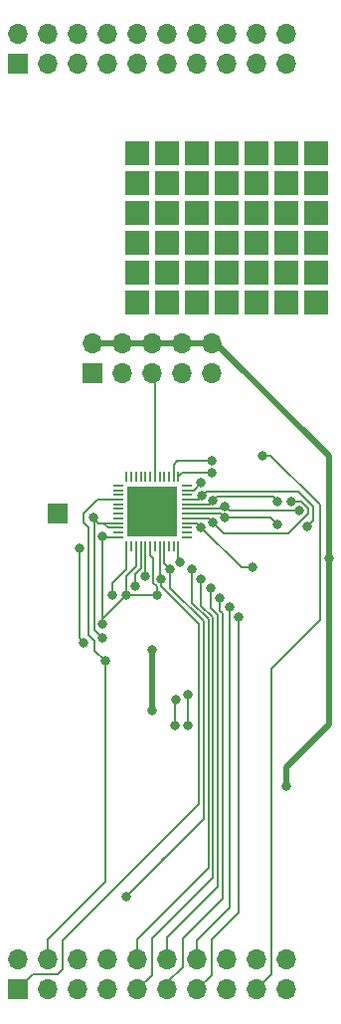
<source format=gbr>
G04 #@! TF.GenerationSoftware,KiCad,Pcbnew,5.99.0-unknown-3100cd3599~128~ubuntu20.04.1*
G04 #@! TF.CreationDate,2021-06-01T14:38:40+02:00*
G04 #@! TF.ProjectId,esp32,65737033-322e-46b6-9963-61645f706362,rev?*
G04 #@! TF.SameCoordinates,Original*
G04 #@! TF.FileFunction,Copper,L2,Bot*
G04 #@! TF.FilePolarity,Positive*
%FSLAX46Y46*%
G04 Gerber Fmt 4.6, Leading zero omitted, Abs format (unit mm)*
G04 Created by KiCad (PCBNEW 5.99.0-unknown-3100cd3599~128~ubuntu20.04.1) date 2021-06-01 14:38:40*
%MOMM*%
%LPD*%
G01*
G04 APERTURE LIST*
G04 Aperture macros list*
%AMRoundRect*
0 Rectangle with rounded corners*
0 $1 Rounding radius*
0 $2 $3 $4 $5 $6 $7 $8 $9 X,Y pos of 4 corners*
0 Add a 4 corners polygon primitive as box body*
4,1,4,$2,$3,$4,$5,$6,$7,$8,$9,$2,$3,0*
0 Add four circle primitives for the rounded corners*
1,1,$1+$1,$2,$3*
1,1,$1+$1,$4,$5*
1,1,$1+$1,$6,$7*
1,1,$1+$1,$8,$9*
0 Add four rect primitives between the rounded corners*
20,1,$1+$1,$2,$3,$4,$5,0*
20,1,$1+$1,$4,$5,$6,$7,0*
20,1,$1+$1,$6,$7,$8,$9,0*
20,1,$1+$1,$8,$9,$2,$3,0*%
G04 Aperture macros list end*
G04 #@! TA.AperFunction,ComponentPad*
%ADD10R,2.000000X2.000000*%
G04 #@! TD*
G04 #@! TA.AperFunction,ComponentPad*
%ADD11R,1.700000X1.700000*%
G04 #@! TD*
G04 #@! TA.AperFunction,ComponentPad*
%ADD12O,1.700000X1.700000*%
G04 #@! TD*
G04 #@! TA.AperFunction,SMDPad,CuDef*
%ADD13RoundRect,0.050000X-0.350000X-0.050000X0.350000X-0.050000X0.350000X0.050000X-0.350000X0.050000X0*%
G04 #@! TD*
G04 #@! TA.AperFunction,SMDPad,CuDef*
%ADD14RoundRect,0.050000X-0.050000X-0.350000X0.050000X-0.350000X0.050000X0.350000X-0.050000X0.350000X0*%
G04 #@! TD*
G04 #@! TA.AperFunction,SMDPad,CuDef*
%ADD15R,4.300000X4.300000*%
G04 #@! TD*
G04 #@! TA.AperFunction,ViaPad*
%ADD16C,0.800000*%
G04 #@! TD*
G04 #@! TA.AperFunction,Conductor*
%ADD17C,0.200000*%
G04 #@! TD*
G04 #@! TA.AperFunction,Conductor*
%ADD18C,0.500000*%
G04 #@! TD*
G04 APERTURE END LIST*
D10*
X76200000Y-83820000D03*
X60960000Y-86360000D03*
X73660000Y-83820000D03*
X66040000Y-96520000D03*
X63500000Y-86360000D03*
X71120000Y-83820000D03*
X60960000Y-96520000D03*
X68580000Y-96520000D03*
X66040000Y-86360000D03*
X68580000Y-83820000D03*
X63500000Y-96520000D03*
X71120000Y-96520000D03*
X68580000Y-93980000D03*
X68580000Y-86360000D03*
X66040000Y-83820000D03*
X76200000Y-96520000D03*
X73660000Y-96520000D03*
X71120000Y-93980000D03*
X71120000Y-86360000D03*
X63500000Y-83820000D03*
X60960000Y-93980000D03*
X66040000Y-93980000D03*
X60960000Y-91440000D03*
X73660000Y-86360000D03*
X60960000Y-83820000D03*
X63500000Y-93980000D03*
X73660000Y-93980000D03*
X66040000Y-91440000D03*
X76200000Y-86360000D03*
X60960000Y-88900000D03*
X71120000Y-91440000D03*
X76200000Y-93980000D03*
X68580000Y-91440000D03*
X68580000Y-88900000D03*
X63500000Y-88900000D03*
X73660000Y-91440000D03*
X63500000Y-91440000D03*
X73660000Y-88900000D03*
X66040000Y-88900000D03*
X76200000Y-91440000D03*
X76200000Y-88900000D03*
X71120000Y-88900000D03*
D11*
X57150000Y-102500000D03*
D12*
X57150000Y-99960000D03*
X59690000Y-102500000D03*
X59690000Y-99960000D03*
X62230000Y-102500000D03*
X62230000Y-99960000D03*
X64770000Y-102500000D03*
X64770000Y-99960000D03*
X67310000Y-102500000D03*
X67310000Y-99960000D03*
D11*
X54200000Y-114400000D03*
D13*
X59300000Y-116450000D03*
X59300000Y-116050000D03*
X59300000Y-115650000D03*
X59300000Y-115250000D03*
X59300000Y-114850000D03*
X59300000Y-114450000D03*
X59300000Y-114050000D03*
X59300000Y-113650000D03*
X59300000Y-113250000D03*
X59300000Y-112850000D03*
X59300000Y-112450000D03*
X59300000Y-112050000D03*
D14*
X60050000Y-111300000D03*
X60450000Y-111300000D03*
X60850000Y-111300000D03*
X61250000Y-111300000D03*
X61650000Y-111300000D03*
X62050000Y-111300000D03*
X62450000Y-111300000D03*
X62850000Y-111300000D03*
X63250000Y-111300000D03*
X63650000Y-111300000D03*
X64050000Y-111300000D03*
X64450000Y-111300000D03*
D13*
X65200000Y-112050000D03*
X65200000Y-112450000D03*
X65200000Y-112850000D03*
X65200000Y-113250000D03*
X65200000Y-113650000D03*
X65200000Y-114050000D03*
X65200000Y-114450000D03*
X65200000Y-114850000D03*
X65200000Y-115250000D03*
X65200000Y-115650000D03*
X65200000Y-116050000D03*
X65200000Y-116450000D03*
D14*
X64450000Y-117200000D03*
X64050000Y-117200000D03*
X63650000Y-117200000D03*
X63250000Y-117200000D03*
X62850000Y-117200000D03*
X62450000Y-117200000D03*
X62050000Y-117200000D03*
X61650000Y-117200000D03*
X61250000Y-117200000D03*
X60850000Y-117200000D03*
X60450000Y-117200000D03*
X60050000Y-117200000D03*
D15*
X62250000Y-114250000D03*
D11*
X50800000Y-76200000D03*
D12*
X50800000Y-73660000D03*
X53340000Y-76200000D03*
X53340000Y-73660000D03*
X55880000Y-76200000D03*
X55880000Y-73660000D03*
X58420000Y-76200000D03*
X58420000Y-73660000D03*
X60960000Y-76200000D03*
X60960000Y-73660000D03*
X63500000Y-76200000D03*
X63500000Y-73660000D03*
X66040000Y-76200000D03*
X66040000Y-73660000D03*
X68580000Y-76200000D03*
X68580000Y-73660000D03*
X71120000Y-76200000D03*
X71120000Y-73660000D03*
X73660000Y-76200000D03*
X73660000Y-73660000D03*
D11*
X50800000Y-154940000D03*
D12*
X50800000Y-152400000D03*
X53340000Y-154940000D03*
X53340000Y-152400000D03*
X55880000Y-154940000D03*
X55880000Y-152400000D03*
X58420000Y-154940000D03*
X58420000Y-152400000D03*
X60960000Y-154940000D03*
X60960000Y-152400000D03*
X63500000Y-154940000D03*
X63500000Y-152400000D03*
X66040000Y-154940000D03*
X66040000Y-152400000D03*
X68580000Y-154940000D03*
X68580000Y-152400000D03*
X71120000Y-154940000D03*
X71120000Y-152400000D03*
X73660000Y-154940000D03*
X73660000Y-152400000D03*
D16*
X77250000Y-118250000D03*
X60000000Y-147000000D03*
X69600000Y-123200000D03*
X68800000Y-122400000D03*
X68000000Y-121600000D03*
X67200000Y-120800000D03*
X66400000Y-120000000D03*
X65600000Y-119200000D03*
X62200000Y-126000000D03*
X62200000Y-131200000D03*
X73600000Y-137600000D03*
X63000000Y-120000000D03*
X63750000Y-119200000D03*
X58200000Y-127000000D03*
X58800000Y-121400000D03*
X61599999Y-119800000D03*
X67310000Y-110998000D03*
X65300000Y-129850000D03*
X65300000Y-132450000D03*
X64262000Y-130302000D03*
X67310000Y-109982000D03*
X64135000Y-132461000D03*
X71600000Y-109500000D03*
X58000000Y-116400000D03*
X60000000Y-121400000D03*
X58000000Y-123800000D03*
X62600000Y-121400000D03*
X56400000Y-125400000D03*
X56000000Y-117400000D03*
X64600000Y-118600000D03*
X66400000Y-111800000D03*
X60800000Y-120600000D03*
X66400000Y-115600000D03*
X70800000Y-119000000D03*
X67400000Y-115200000D03*
X74100000Y-113400000D03*
X68400000Y-114800000D03*
X72900000Y-115400000D03*
X74700000Y-114200000D03*
X68400000Y-113800000D03*
X72900000Y-113400000D03*
X67400000Y-113350000D03*
X66483841Y-112949181D03*
X75394975Y-115494975D03*
X58000000Y-125000000D03*
X57200000Y-114800000D03*
D17*
X76500000Y-123500000D02*
X76500000Y-113700000D01*
X76500000Y-113700000D02*
X72300000Y-109500000D01*
X72300000Y-109500000D02*
X71600000Y-109500000D01*
X74450818Y-112549182D02*
X74649182Y-112549182D01*
X74649182Y-112549182D02*
X75899520Y-113799520D01*
X75899520Y-113799520D02*
X75899520Y-114990430D01*
X75899520Y-114990430D02*
X75394975Y-115494975D01*
D18*
X77250000Y-132350000D02*
X77250000Y-118250000D01*
X77250000Y-118250000D02*
X77250000Y-117250000D01*
D17*
X63650000Y-143350000D02*
X66600000Y-140400000D01*
X63000000Y-144000000D02*
X63650000Y-143350000D01*
X63650000Y-143350000D02*
X60000000Y-147000000D01*
X69600000Y-123200000D02*
X69600000Y-148400000D01*
X69600000Y-148400000D02*
X67300000Y-150700000D01*
X67300000Y-150700000D02*
X67300000Y-153680000D01*
X67300000Y-153680000D02*
X66040000Y-154940000D01*
X68800000Y-122400000D02*
X68800000Y-148000000D01*
X68800000Y-148000000D02*
X66040000Y-150760000D01*
X66040000Y-150760000D02*
X66040000Y-152400000D01*
X65600000Y-119200000D02*
X65600000Y-122034994D01*
X65600000Y-122034994D02*
X67000000Y-123434994D01*
X67000000Y-123434994D02*
X67000000Y-144600000D01*
X67000000Y-144600000D02*
X60960000Y-150640000D01*
X60960000Y-150640000D02*
X60960000Y-152400000D01*
X66400000Y-120000000D02*
X66400000Y-122269988D01*
X66400000Y-122269988D02*
X67399519Y-123269507D01*
X67399519Y-123269507D02*
X67399519Y-145400481D01*
X67399519Y-145400481D02*
X62200000Y-150600000D01*
X62200000Y-153700000D02*
X60960000Y-154940000D01*
X62200000Y-150600000D02*
X62200000Y-153700000D01*
X67200000Y-120800000D02*
X67200000Y-122504982D01*
X67200000Y-122504982D02*
X67799038Y-123104020D01*
X67799038Y-123104020D02*
X67799038Y-146200962D01*
X67799038Y-146200962D02*
X63500000Y-150500000D01*
X63500000Y-150500000D02*
X63500000Y-152400000D01*
X68000000Y-121600000D02*
X68000000Y-122739976D01*
X68000000Y-122739976D02*
X68200000Y-122939976D01*
X68198558Y-147201442D02*
X64800000Y-150600000D01*
X68200000Y-122939976D02*
X68200000Y-123600000D01*
X68198558Y-123601442D02*
X68198558Y-147201442D01*
X68200000Y-123600000D02*
X68198558Y-123601442D01*
X64800000Y-150600000D02*
X64800000Y-153000000D01*
X64800000Y-153000000D02*
X63500000Y-154300000D01*
X63500000Y-154300000D02*
X63500000Y-154940000D01*
X66600000Y-140400000D02*
X66600000Y-123600000D01*
X66600000Y-123600000D02*
X63750000Y-120750000D01*
X63750000Y-120750000D02*
X63750000Y-119200000D01*
X50800000Y-154940000D02*
X52070000Y-153670000D01*
X66200000Y-123800000D02*
X63000000Y-120600000D01*
X52070000Y-153670000D02*
X54130000Y-153670000D01*
X54130000Y-153670000D02*
X54610000Y-153190000D01*
X54610000Y-153190000D02*
X54610000Y-150749000D01*
X63000000Y-120600000D02*
X63000000Y-120000000D01*
X54610000Y-150749000D02*
X66200000Y-139159000D01*
X66200000Y-139159000D02*
X66200000Y-123800000D01*
X66400000Y-115600000D02*
X69800000Y-119000000D01*
X69800000Y-119000000D02*
X70800000Y-119000000D01*
D18*
X62200000Y-131000000D02*
X62200000Y-131200000D01*
X62200000Y-126000000D02*
X62200000Y-131000000D01*
X77250000Y-117250000D02*
X77250000Y-109550000D01*
X67660000Y-99960000D02*
X57500000Y-99960000D01*
X77250000Y-109550000D02*
X67660000Y-99960000D01*
X73600000Y-137600000D02*
X73600000Y-136000000D01*
X73600000Y-136000000D02*
X77250000Y-132350000D01*
D17*
X62850000Y-119850000D02*
X62850000Y-117200000D01*
X63000000Y-120000000D02*
X62850000Y-119850000D01*
X63750000Y-119200000D02*
X63250000Y-118700000D01*
X63250000Y-118700000D02*
X63250000Y-117200000D01*
X56400000Y-114400000D02*
X57550000Y-113250000D01*
X53340000Y-150660000D02*
X53340000Y-152400000D01*
X57550000Y-113250000D02*
X59300000Y-113250000D01*
X58200000Y-127000000D02*
X57299999Y-126099999D01*
X58200000Y-145800000D02*
X53340000Y-150660000D01*
X58200000Y-127000000D02*
X58200000Y-145800000D01*
X57299999Y-125263997D02*
X56800000Y-124763998D01*
X56800000Y-115600000D02*
X56400000Y-115200000D01*
X56800000Y-124763998D02*
X56800000Y-115600000D01*
X56400000Y-115200000D02*
X56400000Y-114400000D01*
X57299999Y-126099999D02*
X57299999Y-125263997D01*
X60050000Y-119150000D02*
X60050000Y-117200000D01*
X58800000Y-120400000D02*
X60050000Y-119150000D01*
X58800000Y-121400000D02*
X58800000Y-120400000D01*
X61650000Y-119749999D02*
X61650000Y-117200000D01*
X61599999Y-119800000D02*
X61650000Y-119749999D01*
X65300000Y-129850000D02*
X65300000Y-132450000D01*
X64752000Y-110998000D02*
X64450000Y-111300000D01*
X67310000Y-110998000D02*
X64752000Y-110998000D01*
X64135000Y-130429000D02*
X64262000Y-130302000D01*
X64368000Y-109982000D02*
X64350000Y-110000000D01*
X67310000Y-109982000D02*
X64368000Y-109982000D01*
X64368000Y-109982000D02*
X64050000Y-110300000D01*
X64135000Y-132461000D02*
X64135000Y-130429000D01*
X64050000Y-110300000D02*
X64050000Y-111300000D01*
X72400000Y-153660000D02*
X71120000Y-154940000D01*
X72400000Y-127600000D02*
X72400000Y-153660000D01*
X76500000Y-123500000D02*
X72400000Y-127600000D01*
X76500000Y-123500000D02*
X75600020Y-124399980D01*
X62299999Y-118199999D02*
X62050000Y-117950000D01*
X62600000Y-121400000D02*
X62600000Y-120636002D01*
X60850000Y-117200000D02*
X60850000Y-118948299D01*
X59300000Y-116450000D02*
X58050000Y-116450000D01*
X60850000Y-118948299D02*
X60000000Y-119798299D01*
X62600000Y-121400000D02*
X60000000Y-121400000D01*
X60000000Y-121400000D02*
X58000000Y-123400000D01*
X58000000Y-123800000D02*
X58000000Y-116600000D01*
X58000000Y-116600000D02*
X58000000Y-116400000D01*
X62600000Y-120636002D02*
X62299999Y-120336001D01*
X60000000Y-119798299D02*
X60000000Y-121400000D01*
X58000000Y-123400000D02*
X58000000Y-123800000D01*
X62050000Y-117950000D02*
X62050000Y-117200000D01*
X58050000Y-116450000D02*
X58000000Y-116400000D01*
X62299999Y-120336001D02*
X62299999Y-118199999D01*
X56400000Y-125400000D02*
X56000001Y-125000001D01*
X56000001Y-117599999D02*
X56200000Y-117400000D01*
X62450000Y-102630000D02*
X62580000Y-102500000D01*
X62450000Y-111300000D02*
X62450000Y-102630000D01*
X56000001Y-125000001D02*
X56000001Y-117599999D01*
X64450000Y-118450000D02*
X64600000Y-118600000D01*
X64450000Y-117200000D02*
X64450000Y-118450000D01*
X65750000Y-112450000D02*
X66400000Y-111800000D01*
X65200000Y-112450000D02*
X65750000Y-112450000D01*
X60800000Y-119563997D02*
X61250000Y-119113997D01*
X61250000Y-119113997D02*
X61250000Y-117200000D01*
X60800000Y-120600000D02*
X60800000Y-119563997D01*
X66050000Y-115250000D02*
X66400000Y-115600000D01*
X65200000Y-115250000D02*
X66050000Y-115250000D01*
X67050000Y-114850000D02*
X67400000Y-115200000D01*
X73799999Y-116100001D02*
X72100001Y-116100001D01*
X72100001Y-116100001D02*
X73099999Y-116100001D01*
X73799999Y-116100001D02*
X75500000Y-114400000D01*
X68300001Y-116100001D02*
X72100001Y-116100001D01*
X74900000Y-113400000D02*
X74100000Y-113400000D01*
X65200000Y-114850000D02*
X67050000Y-114850000D01*
X75500000Y-114400000D02*
X75500000Y-114000000D01*
X67400000Y-115200000D02*
X68300001Y-116100001D01*
X75500000Y-114000000D02*
X74900000Y-113400000D01*
X72900000Y-115400000D02*
X72300000Y-114800000D01*
X68050000Y-114450000D02*
X68400000Y-114800000D01*
X72300000Y-114800000D02*
X71600000Y-114800000D01*
X72300000Y-114800000D02*
X68400000Y-114800000D01*
X65200000Y-114450000D02*
X68050000Y-114450000D01*
X68150000Y-114050000D02*
X68400000Y-113800000D01*
X74700000Y-114200000D02*
X73700000Y-114200000D01*
X65200000Y-114050000D02*
X68150000Y-114050000D01*
X68799999Y-114199999D02*
X68400000Y-113800000D01*
X73700000Y-114200000D02*
X68799999Y-114199999D01*
X74000000Y-114200000D02*
X73700000Y-114200000D01*
X72500001Y-113000001D02*
X71800001Y-113000001D01*
X67100000Y-113650000D02*
X67400000Y-113350000D01*
X65200000Y-113650000D02*
X66950000Y-113650000D01*
X67749999Y-113000001D02*
X67400000Y-113350000D01*
X66950000Y-113650000D02*
X67100000Y-113650000D01*
X72900000Y-113400000D02*
X72500001Y-113000001D01*
X72500001Y-113000001D02*
X67749999Y-113000001D01*
X66883840Y-112549182D02*
X74450818Y-112549182D01*
X74450818Y-112549182D02*
X74550882Y-112549182D01*
X65750000Y-113250000D02*
X66183022Y-113250000D01*
X66483841Y-112949181D02*
X66883840Y-112549182D01*
X65200000Y-113250000D02*
X65750000Y-113250000D01*
X66183022Y-113250000D02*
X66483841Y-112949181D01*
X57299999Y-115900001D02*
X57299999Y-124299999D01*
X57299999Y-124299999D02*
X58000000Y-125000000D01*
X57299999Y-115900001D02*
X57299999Y-114899999D01*
X58050000Y-115250000D02*
X57950000Y-115250000D01*
X57650000Y-115250000D02*
X57200000Y-114800000D01*
X58000000Y-124836002D02*
X58000000Y-125000000D01*
X58450000Y-115650000D02*
X58050000Y-115250000D01*
X59300000Y-115650000D02*
X58450000Y-115650000D01*
X57299999Y-102700001D02*
X57500000Y-102500000D01*
X57950000Y-115250000D02*
X57650000Y-115250000D01*
X59300000Y-115250000D02*
X58050000Y-115250000D01*
X57299999Y-114899999D02*
X57200000Y-114800000D01*
M02*

</source>
